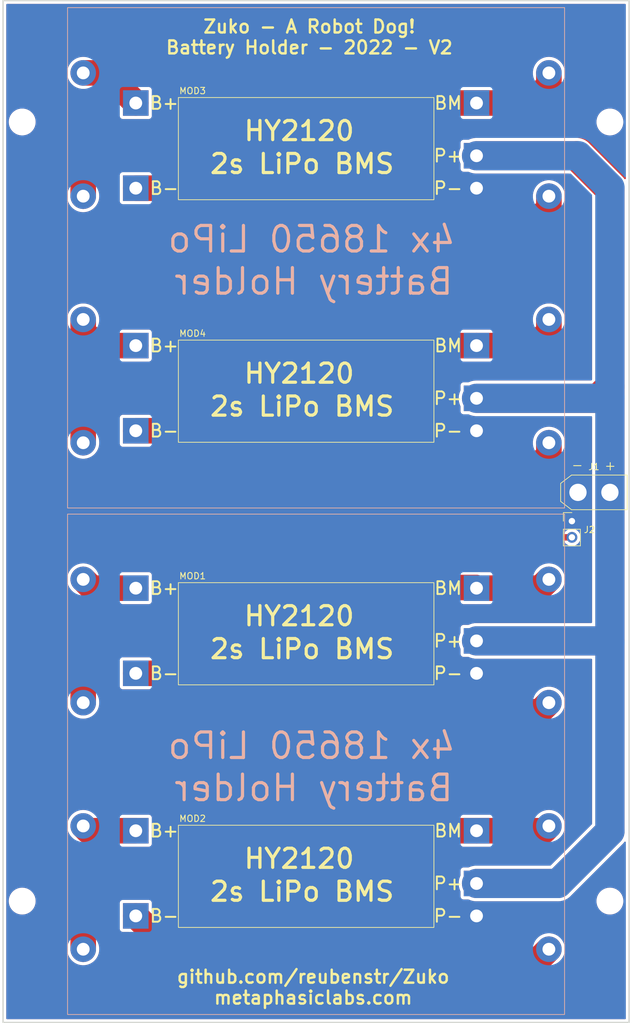
<source format=kicad_pcb>
(kicad_pcb (version 20211014) (generator pcbnew)
  (layers (0 "F.Cu" signal) (31 "B.Cu" signal) (34 "B.Paste" user) (35 "F.Paste" user) (36 "B.SilkS" user "B.Silkscreen") (37 "F.SilkS" user "F.Silkscreen") (38 "B.Mask" user) (39 "F.Mask" user) (44 "Edge.Cuts" user))
  (net 0 "")
  (net 1 "Net-(BH1-Pad1)")
  (net 2 "Net-(BH1-Pad2)")
  (net 3 "Net-(BH1-Pad3)")
  (net 4 "Net-(BH1-Pad4)")
  (net 5 "Net-(BH1-Pad6)")
  (net 6 "Net-(BH1-Pad8)")
  (net 7 "Net-(BH2-Pad1)")
  (net 8 "Net-(BH2-Pad2)")
  (net 9 "Net-(BH2-Pad3)")
  (net 10 "Net-(BH2-Pad4)")
  (net 11 "Net-(BH2-Pad6)")
  (net 12 "Net-(BH2-Pad8)")
  (net 13 "-BATT")
  (net 14 "+BATT")
  (footprint "Connector_PinHeader_2.54mm:PinHeader_1x02_P2.54mm_Vertical" (layer "F.Cu") (at 89.05 81.5)
    (fp_text reference "J2" (at 2.75 1.35) (layer "F.SilkS"))
    (fp_text value "Conn_01x02" hide)
    (fp_line (start -1.33 -1.33) (end 0 -1.33) (layer "F.SilkS") (width 0.12))
    (fp_line (start -1.33 3.87) (end 1.33 3.87) (layer "F.SilkS") (width 0.12))
    (fp_line (start -1.33 1.27) (end 1.33 1.27) (layer "F.SilkS") (width 0.12))
    (fp_line (start -1.33 0) (end -1.33 -1.33) (layer "F.SilkS") (width 0.12))
    (fp_line (start 1.33 1.27) (end 1.33 3.87) (layer "F.SilkS") (width 0.12))
    (fp_line (start -1.33 1.27) (end -1.33 3.87) (layer "F.SilkS") (width 0.12))
    (pad "1" thru_hole rect (at 0 0) (size 1.7 1.7) (drill 1) (layers *.Cu *.Mask) (net 13 "-BATT"))
    (pad "2" thru_hole oval (at 0 2.54) (size 1.7 1.7) (drill 1) (layers *.Cu *.Mask) (net 10 "Net-(BH2-Pad4)"))
  )
  (footprint "MountingHole:MountingHole_3.2mm_M3" (layer "F.Cu") (at 3 141)
    (fp_text reference "H2" hide)
    (fp_text value "MountingHole" hide)
    (pad "" np_thru_hole circle locked (at 0 0) (size 3.2 3.2) (drill 3.2) (layers *.Cu *.Mask))
  )
  (footprint "MountingHole:MountingHole_3.2mm_M3" (layer "F.Cu") (at 95 19)
    (fp_text reference "H4" hide)
    (fp_text value "MountingHole" hide)
    (pad "" np_thru_hole circle locked (at 0 0) (size 3.2 3.2) (drill 3.2) (layers *.Cu *.Mask))
  )
  (footprint "MountingHole:MountingHole_3.2mm_M3" (layer "F.Cu") (at 95 141)
    (fp_text reference "H3" hide)
    (fp_text value "MountingHole" hide)
    (pad "" np_thru_hole circle locked (at 0 0) (size 3.2 3.2) (drill 3.2) (layers *.Cu *.Mask))
  )
  (footprint "General:HY2120" (layer "F.Cu") (at 20.779999 16.0325)
    (fp_text reference "MOD3" (at 8.89 -1.905 unlocked) (layer "F.SilkS"))
    (fp_text value "HY2120-Module")
    (fp_text user "P-" (at 48.895 13.335 unlocked) (layer "F.SilkS") (effects (font (size 2 2) (thickness 0.3))))
    (fp_text user "BM" (at 48.895 0 unlocked) (layer "F.SilkS") (effects (font (size 2 2) (thickness 0.3))))
    (fp_text user "B+" (at 4.445 0 unlocked) (layer "F.SilkS") (effects (font (size 2 2) (thickness 0.3))))
    (fp_text user "HY2120" (at 25.5778 4.3688 unlocked) (layer "F.SilkS") (effects (font (size 3 3) (thickness 0.5))))
    (fp_text user "B-" (at 4.445 13.335 unlocked) (layer "F.SilkS") (effects (font (size 2 2) (thickness 0.3))))
    (fp_text user "2s LiPo BMS" (at 26.035 9.525 unlocked) (layer "F.SilkS") (effects (font (size 3 3) (thickness 0.5))))
    (fp_text user "P+" (at 48.895 8.255 unlocked) (layer "F.SilkS") (effects (font (size 2 2) (thickness 0.3))))
    (fp_rect (start 6.67 -0.8616) (end 46.67 15.1384) (layer "F.SilkS") (width 0.12) (fill none))
    (pad "1" thru_hole rect (at 0 0) (size 4 4) (drill 2) (layers *.Cu *.Mask) (net 12 "Net-(BH2-Pad8)"))
    (pad "2" thru_hole rect (at 53.34 0) (size 4 4) (drill 2) (layers *.Cu *.Mask) (net 7 "Net-(BH2-Pad1)"))
    (pad "3" thru_hole rect (at 0 13.334) (size 4 4) (drill 2) (layers *.Cu *.Mask) (net 8 "Net-(BH2-Pad2)"))
    (pad "4" thru_hole rect (at 53.34 13.335) (size 4 4) (drill 2) (layers *.Cu *.Mask) (net 13 "-BATT"))
    (pad "5" thru_hole rect (at 53.34 8.255) (size 4 4) (drill 2) (layers *.Cu *.Mask) (net 14 "+BATT"))
  )
  (footprint "General:HY2120" (layer "F.Cu") (at 20.78 129.9825)
    (fp_text reference "MOD2" (at 8.89 -1.905 unlocked) (layer "F.SilkS"))
    (fp_text value "HY2120-Module")
    (fp_text user "2s LiPo BMS" (at 26.035 9.525 unlocked) (layer "F.SilkS") (effects (font (size 3 3) (thickness 0.5))))
    (fp_text user "HY2120" (at 25.5778 4.3688 unlocked) (layer "F.SilkS") (effects (font (size 3 3) (thickness 0.5))))
    (fp_text user "BM" (at 48.895 0 unlocked) (layer "F.SilkS") (effects (font (size 2 2) (thickness 0.3))))
    (fp_text user "B-" (at 4.445 13.335 unlocked) (layer "F.SilkS") (effects (font (size 2 2) (thickness 0.3))))
    (fp_text user "P-" (at 48.895 13.335 unlocked) (layer "F.SilkS") (effects (font (size 2 2) (thickness 0.3))))
    (fp_text user "P+" (at 48.895 8.255 unlocked) (layer "F.SilkS") (effects (font (size 2 2) (thickness 0.3))))
    (fp_text user "B+" (at 4.445 0 unlocked) (layer "F.SilkS") (effects (font (size 2 2) (thickness 0.3))))
    (fp_rect (start 6.67 -0.8616) (end 46.67 15.1384) (layer "F.SilkS") (width 0.12) (fill none))
    (pad "1" thru_hole rect (at 0 0) (size 4 4) (drill 2) (layers *.Cu *.Mask) (net 5 "Net-(BH1-Pad6)"))
    (pad "2" thru_hole rect (at 53.34 0) (size 4 4) (drill 2) (layers *.Cu *.Mask) (net 3 "Net-(BH1-Pad3)"))
    (pad "3" thru_hole rect (at 0 13.334) (size 4 4) (drill 2) (layers *.Cu *.Mask) (net 4 "Net-(BH1-Pad4)"))
    (pad "4" thru_hole rect (at 53.34 13.335) (size 4 4) (drill 2) (layers *.Cu *.Mask) (net 13 "-BATT"))
    (pad "5" thru_hole rect (at 53.34 8.255) (size 4 4) (drill 2) (layers *.Cu *.Mask) (net 14 "+BATT"))
  )
  (footprint "General:HY2120" (layer "F.Cu") (at 20.78 91.999166)
    (fp_text reference "MOD1" (at 8.89 -1.905 unlocked) (layer "F.SilkS"))
    (fp_text value "HY2120-Module")
    (fp_text user "P+" (at 48.895 8.255 unlocked) (layer "F.SilkS") (effects (font (size 2 2) (thickness 0.3))))
    (fp_text user "B+" (at 4.445 0 unlocked) (layer "F.SilkS") (effects (font (size 2 2) (thickness 0.3))))
    (fp_text user "2s LiPo BMS" (at 26.035 9.525 unlocked) (layer "F.SilkS") (effects (font (size 3 3) (thickness 0.5))))
    (fp_text user "P-" (at 48.895 13.335 unlocked) (layer "F.SilkS") (effects (font (size 2 2) (thickness 0.3))))
    (fp_text user "BM" (at 48.895 0 unlocked) (layer "F.SilkS") (effects (font (size 2 2) (thickness 0.3))))
    (fp_text user "HY2120" (at 25.5778 4.3688 unlocked) (layer "F.SilkS") (effects (font (size 3 3) (thickness 0.5))))
    (fp_text user "B-" (at 4.445 13.335 unlocked) (layer "F.SilkS") (effects (font (size 2 2) (thickness 0.3))))
    (fp_rect (start 6.67 -0.8616) (end 46.67 15.1384) (layer "F.SilkS") (width 0.12) (fill none))
    (pad "1" thru_hole rect (at 0 0) (size 4 4) (drill 2) (layers *.Cu *.Mask) (net 6 "Net-(BH1-Pad8)"))
    (pad "2" thru_hole rect (at 53.34 0) (size 4 4) (drill 2) (layers *.Cu *.Mask) (net 1 "Net-(BH1-Pad1)"))
    (pad "3" thru_hole rect (at 0 13.334) (size 4 4) (drill 2) (layers *.Cu *.Mask) (net 2 "Net-(BH1-Pad2)"))
    (pad "4" thru_hole rect (at 53.34 13.335) (size 4 4) (drill 2) (layers *.Cu *.Mask) (net 13 "-BATT"))
    (pad "5" thru_hole rect (at 53.34 8.255) (size 4 4) (drill 2) (layers *.Cu *.Mask) (net 14 "+BATT"))
  )
  (footprint "Connector_AMASS:AMASS_XT30U-M_1x02_P5.0mm_Vertical" (layer "F.Cu") (at 90 77)
    (fp_text reference "J1" (at 2.5 -4) (layer "F.SilkS"))
    (fp_text value "Conn_01x02" hide)
    (fp_text user "-" (at -0.1 -4.3) (layer "F.SilkS") (effects (font (size 1.5 1.5))))
    (fp_text user "+" (at 5.05 -4.2) (layer "F.SilkS") (effects (font (size 1.5 1.5))))
    (fp_line (start -2.71 -1.41) (end -2.71 1.41) (layer "F.SilkS") (width 0.12))
    (fp_line (start -1.01 -2.71) (end 7.71 -2.71) (layer "F.SilkS") (width 0.12))
    (fp_line (start 7.71 -2.71) (end 7.71 2.71) (layer "F.SilkS") (width 0.12))
    (fp_line (start -2.71 -1.41) (end -1.01 -2.71) (layer "F.SilkS") (width 0.12))
    (fp_line (start -1.01 2.71) (end 7.71 2.71) (layer "F.SilkS") (width 0.12))
    (fp_line (start -2.71 1.41) (end -1.01 2.71) (layer "F.SilkS") (width 0.12))
    (pad "1" thru_hole rect (at 0 0) (size 3.8 3.8) (drill 2.7) (layers *.Cu *.Mask) (net 13 "-BATT"))
    (pad "2" thru_hole circle (at 5 0) (size 3.8 3.8) (drill 2.7) (layers *.Cu *.Mask) (net 14 "+BATT"))
  )
  (footprint "General:HY2120" (layer "F.Cu") (at 20.78 54.015833)
    (fp_text reference "MOD4" (at 8.89 -1.905 unlocked) (layer "F.SilkS"))
    (fp_text value "HY2120-Module")
    (fp_text user "B+" (at 4.445 0 unlocked) (layer "F.SilkS") (effects (font (size 2 2) (thickness 0.3))))
    (fp_text user "HY2120" (at 25.5778 4.3688 unlocked) (layer "F.SilkS") (effects (font (size 3 3) (thickness 0.5))))
    (fp_text user "P+" (at 48.895 8.255 unlocked) (layer "F.SilkS") (effects (font (size 2 2) (thickness 0.3))))
    (fp_text user "P-" (at 48.895 13.335 unlocked) (layer "F.SilkS") (effects (font (size 2 2) (thickness 0.3))))
    (fp_text user "B-" (at 4.445 13.335 unlocked) (layer "F.SilkS") (effects (font (size 2 2) (thickness 0.3))))
    (fp_text user "2s LiPo BMS" (at 26.035 9.525 unlocked) (layer "F.SilkS") (effects (font (size 3 3) (thickness 0.5))))
    (fp_text user "BM" (at 48.895 0 unlocked) (layer "F.SilkS") (effects (font (size 2 2) (thickness 0.3))))
    (fp_rect (start 6.67 -0.8616) (end 46.67 15.1384) (layer "F.SilkS") (width 0.12) (fill none))
    (pad "1" thru_hole rect (at 0 0) (size 4 4) (drill 2) (layers *.Cu *.Mask) (net 11 "Net-(BH2-Pad6)"))
    (pad "2" thru_hole rect (at 53.34 0) (size 4 4) (drill 2) (layers *.Cu *.Mask) (net 9 "Net-(BH2-Pad3)"))
    (pad "3" thru_hole rect (at 0 13.334) (size 4 4) (drill 2) (layers *.Cu *.Mask) (net 10 "Net-(BH2-Pad4)"))
    (pad "4" thru_hole rect (at 53.34 13.335) (size 4 4) (drill 2) (layers *.Cu *.Mask) (net 13 "-BATT"))
    (pad "5" thru_hole rect (at 53.34 8.255) (size 4 4) (drill 2) (layers *.Cu *.Mask) (net 14 "+BATT"))
  )
  (footprint "MountingHole:MountingHole_3.2mm_M3" (layer "F.Cu") (at 3 19)
    (fp_text reference "H1" hide)
    (fp_text value "MountingHole" hide)
    (pad "" np_thru_hole circle locked (at 0 0) (size 3.2 3.2) (drill 3.2) (layers *.Cu *.Mask))
  )
  (footprint "General:4x_18650_LiPo_Module" (layer "B.Cu") (at 49 1.095 180)
    (fp_text reference "BH2" hide)
    (fp_text value "4x_18650_LiPo_Holder" hide)
    (fp_text user "Battery Holder" (at 0.3698 -42.884 unlocked) (layer "B.SilkS") (effects (font (size 4 4) (thickness 0.5)) (justify mirror)))
    (fp_text user "4x 18650 LiPo" (at 0.7 -36.28 unlocked) (layer "B.SilkS") (effects (font (size 4 4) (thickness 0.5)) (justify mirror)))
    (fp_rect (start -38.9 0) (end 38.9 -78.35) (layer "B.SilkS") (width 0.12) (fill none))
    (pad "1" thru_hole circle (at -36.449 -10.219 180) (size 4 4) (drill 2) (layers *.Cu *.Mask) (net 7 "Net-(BH2-Pad1)"))
    (pad "2" thru_hole circle (at -36.449 -29.523 180) (size 4 4) (drill 2) (layers *.Cu *.Mask) (net 8 "Net-(BH2-Pad2)"))
    (pad "3" thru_hole circle (at -36.449 -48.827 180) (size 4 4) (drill 2) (layers *.Cu *.Mask) (net 9 "Net-(BH2-Pad3)"))
    (pad "4" thru_hole circle (at -36.449 -68.131 90) (size 4 4) (drill 2) (layers *.Cu *.Mask) (net 10 "Net-(BH2-Pad4)"))
    (pad "5" thru_hole circle (at 36.449 -68.131 180) (size 4 4) (drill 2) (layers *.Cu *.Mask) (net 9 "Net-(BH2-Pad3)"))
    (pad "6" thru_hole circle (at 36.449 -48.827 180) (size 4 4) (drill 2) (layers *.Cu *.Mask) (net 11 "Net-(BH2-Pad6)"))
    (pad "7" thru_hole circle (at 36.449 -29.523 180) (size 4 4) (drill 2) (layers *.Cu *.Mask) (net 7 "Net-(BH2-Pad1)"))
    (pad "8" thru_hole circle (at 36.449 -10.219 180) (size 4 4) (drill 2) (layers *.Cu *.Mask) (net 12 "Net-(BH2-Pad8)"))
  )
  (footprint "General:4x_18650_LiPo_Module" (layer "B.Cu") (at 49 80.405 180)
    (fp_text reference "BH1" hide)
    (fp_text value "4x_18650_LiPo_Holder" hide)
    (fp_text user "4x 18650 LiPo" (at 0.7 -36.28 unlocked) (layer "B.SilkS") (effects (font (size 4 4) (thickness 0.5)) (justify mirror)))
    (fp_text user "Battery Holder" (at 0.3698 -42.884 unlocked) (layer "B.SilkS") (effects (font (size 4 4) (thickness 0.5)) (justify mirror)))
    (fp_rect (start -38.9 0) (end 38.9 -78.35) (layer "B.SilkS") (width 0.12) (fill none))
    (pad "1" thru_hole circle (at -36.449 -10.219 180) (size 4 4) (drill 2) (layers *.Cu *.Mask) (net 1 "Net-(BH1-Pad1)"))
    (pad "2" thru_hole circle (at -36.449 -29.523 180) (size 4 4) (drill 2) (layers *.Cu *.Mask) (net 2 "Net-(BH1-Pad2)"))
    (pad "3" thru_hole circle (at -36.449 -48.827 180) (size 4 4) (drill 2) (layers *.Cu *.Mask) (net 3 "Net-(BH1-Pad3)"))
    (pad "4" thru_hole circle (at -36.449 -68.131 90) (size 4 4) (drill 2) (layers *.Cu *.Mask) (net 4 "Net-(BH1-Pad4)"))
    (pad "5" thru_hole circle (at 36.449 -68.131 180) (size 4 4) (drill 2) (layers *.Cu *.Mask) (net 3 "Net-(BH1-Pad3)"))
    (pad "6" thru_hole circle (at 36.449 -48.827 180) (size 4 4) (drill 2) (layers *.Cu *.Mask) (net 5 "Net-(BH1-Pad6)"))
    (pad "7" thru_hole circle (at 36.449 -29.523 180) (size 4 4) (drill 2) (layers *.Cu *.Mask) (net 1 "Net-(BH1-Pad1)"))
    (pad "8" thru_hole circle (at 36.449 -10.219 180) (size 4 4) (drill 2) (layers *.Cu *.Mask) (net 6 "Net-(BH1-Pad8)"))
  )
  (gr_rect (start 0 0) (end 98 160) (layer "Edge.Cuts") (width 0.2) (fill none))
  (gr_text "\ngithub.com/reubenstr/Zuko\nmetaphasiclabs.com" (at 48.55 152.85) (layer "F.SilkS") (effects (font (size 2.032 2.032) (thickness 0.381))))
  (gr_text "Zuko - A Robot Dog!\nBattery Holder - 2022 - V2" (at 47.95 5.7) (layer "F.SilkS") (effects (font (size 2.032 2.032) (thickness 0.381))))
  (segment (start 84.073834 91.999166) (end 85.449 90.624) (width 4) (layer "F.Cu") (net 1))
  (segment (start 19.2 98.55) (end 12.551 105.199) (width 4) (layer "F.Cu") (net 1))
  (segment (start 74.12 91.999166) (end 74.020834 91.9) (width 4) (layer "F.Cu") (net 1))
  (segment (start 74.020834 91.9) (end 40.2 91.9) (width 4) (layer "F.Cu") (net 1))
  (segment (start 40.2 91.9) (end 33.55 98.55) (width 4) (layer "F.Cu") (net 1))
  (segment (start 74.12 91.999166) (end 84.073834 91.999166) (width 4) (layer "F.Cu") (net 1))
  (segment (start 33.55 98.55) (end 19.2 98.55) (width 4) (layer "F.Cu") (net 1))
  (segment (start 12.551 105.199) (end 12.551 109.928) (width 4) (layer "F.Cu") (net 1))
  (segment (start 84.027 111.35) (end 85.449 109.928) (width 4) (layer "F.Cu") (net 2))
  (segment (start 51.2 111.35) (end 84.027 111.35) (width 4) (layer "F.Cu") (net 2))
  (segment (start 20.78 105.333166) (end 45.183166 105.333166) (width 4) (layer "F.Cu") (net 2))
  (segment (start 45.183166 105.333166) (end 51.2 111.35) (width 4) (layer "F.Cu") (net 2))
  (segment (start 74.12 129.9825) (end 39.9175 129.9825) (width 4) (layer "F.Cu") (net 3))
  (segment (start 84.6985 129.9825) (end 85.449 129.232) (width 4) (layer "F.Cu") (net 3))
  (segment (start 39.9175 129.9825) (end 33.3 136.6) (width 4) (layer "F.Cu") (net 3))
  (segment (start 12.551 140.249) (end 12.551 148.536) (width 4) (layer "F.Cu") (net 3))
  (segment (start 74.12 129.9825) (end 84.6985 129.9825) (width 4) (layer "F.Cu") (net 3))
  (segment (start 16.2 136.6) (end 12.551 140.249) (width 4) (layer "F.Cu") (net 3))
  (segment (start 33.3 136.6) (end 16.2 136.6) (width 4) (layer "F.Cu") (net 3))
  (segment (start 47.367011 147.267011) (end 50.5 150.4) (width 4) (layer "F.Cu") (net 4))
  (segment (start 83.585 150.4) (end 85.449 148.536) (width 4) (layer "F.Cu") (net 4))
  (segment (start 24.730511 147.267011) (end 47.367011 147.267011) (width 4) (layer "F.Cu") (net 4))
  (segment (start 50.5 150.4) (end 83.585 150.4) (width 4) (layer "F.Cu") (net 4))
  (segment (start 20.78 143.3165) (end 24.730511 147.267011) (width 4) (layer "F.Cu") (net 4))
  (segment (start 20.78 129.9825) (end 13.3015 129.9825) (width 4) (layer "F.Cu") (net 5))
  (segment (start 13.3015 129.9825) (end 12.551 129.232) (width 4) (layer "F.Cu") (net 5))
  (segment (start 20.78 91.999166) (end 13.926166 91.999166) (width 4) (layer "F.Cu") (net 6))
  (segment (start 13.926166 91.999166) (end 12.551 90.624) (width 4) (layer "F.Cu") (net 6))
  (segment (start 12.551 30.618) (end 12.551 27.049) (width 4) (layer "F.Cu") (net 7))
  (segment (start 28.15 23.05) (end 35.1675 16.0325) (width 4) (layer "F.Cu") (net 7))
  (segment (start 16.55 23.05) (end 28.15 23.05) (width 4) (layer "F.Cu") (net 7))
  (segment (start 82.6355 16.0325) (end 85.449 13.219) (width 4) (layer "F.Cu") (net 7))
  (segment (start 12.551 27.049) (end 16.55 23.05) (width 4) (layer "F.Cu") (net 7))
  (segment (start 35.1675 16.0325) (end 82.6355 16.0325) (width 4) (layer "F.Cu") (net 7))
  (segment (start 85.449 13.219) (end 85.449 11.314) (width 4) (layer "F.Cu") (net 7))
  (segment (start 47.5165 29.3665) (end 54.6 36.45) (width 4) (layer "F.Cu") (net 8))
  (segment (start 54.6 36.45) (end 81.522 36.45) (width 4) (layer "F.Cu") (net 8))
  (segment (start 20.78 29.3665) (end 47.5165 29.3665) (width 4) (layer "F.Cu") (net 8))
  (segment (start 85.449 32.523) (end 85.449 30.618) (width 4) (layer "F.Cu") (net 8))
  (segment (start 81.522 36.45) (end 85.449 32.523) (width 4) (layer "F.Cu") (net 8))
  (segment (start 83.260167 54.015833) (end 85.449 51.827) (width 4) (layer "F.Cu") (net 9))
  (segment (start 74.12 54.015833) (end 38.334167 54.015833) (width 4) (layer "F.Cu") (net 9))
  (segment (start 38.334167 54.015833) (end 32.2 60.15) (width 4) (layer "F.Cu") (net 9))
  (segment (start 17.3 60.15) (end 12.551 64.899) (width 4) (layer "F.Cu") (net 9))
  (segment (start 32.2 60.15) (end 17.3 60.15) (width 4) (layer "F.Cu") (net 9))
  (segment (start 85.449 51.827) (end 85.449 49.922) (width 4) (layer "F.Cu") (net 9))
  (segment (start 12.551 64.899) (end 12.551 69.226) (width 4) (layer "F.Cu") (net 9))
  (segment (start 74.12 54.015833) (end 83.260167 54.015833) (width 4) (layer "F.Cu") (net 9))
  (segment (start 62.449833 67.349833) (end 69.35 74.25) (width 4) (layer "F.Cu") (net 10))
  (segment (start 82.33 74.25) (end 85.449 71.131) (width 4) (layer "F.Cu") (net 10))
  (segment (start 20.78 67.349833) (end 62.449833 67.349833) (width 4) (layer "F.Cu") (net 10))
  (segment (start 86.79 84.04) (end 85.75 83) (width 1) (layer "F.Cu") (net 10))
  (segment (start 85.75 83) (end 85.75 77.67) (width 1) (layer "F.Cu") (net 10))
  (segment (start 69.35 74.25) (end 82.33 74.25) (width 4) (layer "F.Cu") (net 10))
  (segment (start 85.449 71.131) (end 85.449 69.226) (width 4) (layer "F.Cu") (net 10))
  (segment (start 89.05 84.04) (end 86.79 84.04) (width 1) (layer "F.Cu") (net 10))
  (segment (start 85.75 77.67) (end 82.33 74.25) (width 1) (layer "F.Cu") (net 10))
  (segment (start 14.739833 54.015833) (end 12.551 51.827) (width 4) (layer "F.Cu") (net 11))
  (segment (start 20.78 54.015833) (end 14.739833 54.015833) (width 4) (layer "F.Cu") (net 11))
  (segment (start 12.551 51.827) (end 12.551 49.922) (width 4) (layer "F.Cu") (net 11))
  (segment (start 12.551 11.314) (end 16.0615 11.314) (width 4) (layer "F.Cu") (net 12))
  (segment (start 16.0615 11.314) (end 20.78 16.0325) (width 4) (layer "F.Cu") (net 12))
  (segment (start 94.954166 100.254166) (end 95 100.3) (width 4.572) (layer "F.Cu") (net 14))
  (segment (start 95 29.55) (end 95 60.45) (width 4.572) (layer "F.Cu") (net 14))
  (segment (start 95 130.1) (end 95 100.3) (width 4.572) (layer "F.Cu") (net 14))
  (segment (start 95 77) (end 95 60.45) (width 4.572) (layer "F.Cu") (net 14))
  (segment (start 74.12 62.270833) (end 93.179167 62.270833) (width 4.572) (layer "F.Cu") (net 14))
  (segment (start 86.8625 138.2375) (end 95 130.1) (width 4.572) (layer "F.Cu") (net 14))
  (segment (start 89.7375 24.2875) (end 95 29.55) (width 4.572) (layer "F.Cu") (net 14))
  (segment (start 93.179167 62.270833) (end 95 60.45) (width 4.572) (layer "F.Cu") (net 14))
  (segment (start 74.12 24.2875) (end 89.7375 24.2875) (width 4.572) (layer "F.Cu") (net 14))
  (segment (start 74.12 100.254166) (end 94.954166 100.254166) (width 4.572) (layer "F.Cu") (net 14))
  (segment (start 74.12 138.2375) (end 86.8625 138.2375) (width 4.572) (layer "F.Cu") (net 14))
  (segment (start 95 99.9) (end 95 77) (width 4.572) (layer "F.Cu") (net 14))
  (segment (start 74.12 100.254166) (end 94.704166 100.254166) (width 4.572) (layer "B.Cu") (net 14))
  (segment (start 86.8625 138.2375) (end 95 130.1) (width 4.572) (layer "B.Cu") (net 14))
  (segment (start 95 130.1) (end 95 100.55) (width 4.572) (layer "B.Cu") (net 14))
  (segment (start 90.0375 24.2875) (end 95 29.25) (width 4.572) (layer "B.Cu") (net 14))
  (segment (start 94.829167 62.270833) (end 95 62.1) (width 4.572) (layer "B.Cu") (net 14))
  (segment (start 74.12 138.2375) (end 86.8625 138.2375) (width 4.572) (layer "B.Cu") (net 14))
  (segment (start 95 29.25) (end 95 62.1) (width 4.572) (layer "B.Cu") (net 14))
  (segment (start 95 62.1) (end 95 77) (width 4.572) (layer "B.Cu") (net 14))
  (segment (start 95 100.55) (end 95 77) (width 4.572) (layer "B.Cu") (net 14))
  (segment (start 74.12 24.2875) (end 90.0375 24.2875) (width 4.572) (layer "B.Cu") (net 14))
  (segment (start 74.12 62.270833) (end 94.829167 62.270833) (width 4.572) (layer "B.Cu") (net 14))
  (zone (net 13) (net_name "-BATT") (layers F&B.Cu) (connect_pads yes (clearance 0.508)) (min_thickness 0.254) (fill yes (thermal_gap 0.508) (thermal_bridge_width 0.508))
    (polygon (pts (xy 98 160) (xy 0 160) (xy 0 0) (xy 98 0)))
  )
)
</source>
